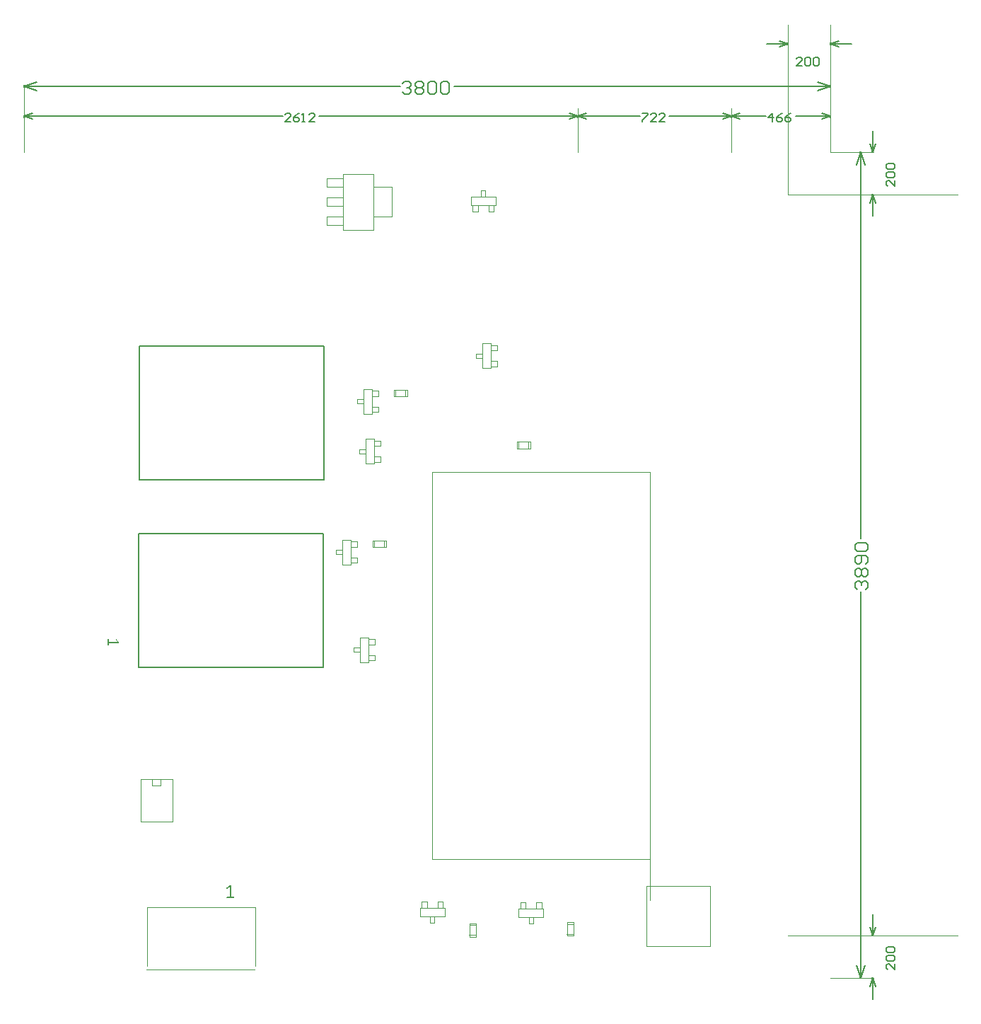
<source format=gm1>
G04*
G04 #@! TF.GenerationSoftware,Altium Limited,Altium Designer,21.0.8 (223)*
G04*
G04 Layer_Color=16711935*
%FSLAX25Y25*%
%MOIN*%
G70*
G04*
G04 #@! TF.SameCoordinates,D13D4976-0AF9-4397-BE84-B4B6C9367268*
G04*
G04*
G04 #@! TF.FilePolarity,Positive*
G04*
G01*
G75*
%ADD13C,0.00500*%
%ADD16C,0.00050*%
%ADD95C,0.00100*%
%ADD96C,0.00051*%
%ADD97C,0.00600*%
G36*
X97531Y43637D02*
X97591Y43632D01*
X97602D01*
X97635Y43626D01*
X97673Y43615D01*
X97706Y43604D01*
X97711Y43599D01*
X97728Y43593D01*
X97750Y43577D01*
X97766Y43561D01*
X97771Y43555D01*
X97777Y43544D01*
X97782Y43528D01*
Y43506D01*
Y38150D01*
X98902D01*
X98923Y38139D01*
X98951Y38128D01*
X98956Y38122D01*
X98973Y38111D01*
X98989Y38090D01*
X99005Y38062D01*
X99011Y38057D01*
X99016Y38035D01*
X99027Y38002D01*
X99038Y37964D01*
X99044Y37953D01*
X99049Y37926D01*
X99054Y37877D01*
Y37817D01*
Y37811D01*
Y37800D01*
Y37784D01*
Y37767D01*
X99049Y37713D01*
X99038Y37664D01*
Y37653D01*
X99027Y37631D01*
X99016Y37598D01*
X99000Y37565D01*
X98994Y37560D01*
X98984Y37549D01*
X98967Y37533D01*
X98945Y37516D01*
X98940D01*
X98923Y37511D01*
X98902Y37505D01*
X98880Y37500D01*
X95675D01*
X95653Y37505D01*
X95631Y37516D01*
X95626Y37522D01*
X95615Y37527D01*
X95598Y37544D01*
X95576Y37565D01*
X95571Y37571D01*
X95565Y37593D01*
X95549Y37626D01*
X95538Y37664D01*
Y37669D01*
Y37675D01*
X95533Y37707D01*
X95527Y37757D01*
Y37817D01*
Y37822D01*
Y37833D01*
Y37849D01*
Y37866D01*
X95533Y37915D01*
X95538Y37964D01*
Y37970D01*
X95544Y37975D01*
X95549Y37997D01*
X95560Y38030D01*
X95571Y38062D01*
X95576Y38068D01*
X95587Y38090D01*
X95604Y38106D01*
X95626Y38128D01*
X95631Y38133D01*
X95647Y38139D01*
X95669Y38144D01*
X95697Y38150D01*
X96969D01*
Y42791D01*
X95784Y42086D01*
X95779D01*
X95767Y42081D01*
X95735Y42059D01*
X95686Y42043D01*
X95642Y42026D01*
X95609D01*
X95582Y42032D01*
X95555Y42048D01*
X95549Y42054D01*
X95538Y42075D01*
X95522Y42108D01*
X95511Y42152D01*
Y42157D01*
Y42163D01*
X95505Y42179D01*
Y42201D01*
X95500Y42256D01*
Y42327D01*
Y42332D01*
Y42343D01*
Y42376D01*
Y42419D01*
X95505Y42463D01*
Y42469D01*
Y42474D01*
X95511Y42496D01*
X95516Y42529D01*
X95522Y42561D01*
X95527Y42567D01*
X95533Y42583D01*
X95565Y42627D01*
X95571Y42632D01*
X95587Y42643D01*
X95609Y42660D01*
X95636Y42682D01*
X97040Y43582D01*
X97045Y43588D01*
X97056Y43593D01*
X97089Y43604D01*
X97094D01*
X97111Y43610D01*
X97132Y43621D01*
X97160Y43626D01*
X97165D01*
X97187Y43632D01*
X97220Y43637D01*
X97269D01*
X97296Y43643D01*
X97466D01*
X97531Y43637D01*
D02*
G37*
G36*
X43636Y159495D02*
X43641D01*
X43645D01*
X43663Y159491D01*
X43691Y159486D01*
X43718Y159482D01*
X43722Y159477D01*
X43736Y159473D01*
X43772Y159445D01*
X43777Y159441D01*
X43786Y159427D01*
X43800Y159409D01*
X43818Y159386D01*
X44569Y158217D01*
X44573Y158212D01*
X44578Y158203D01*
X44587Y158176D01*
Y158171D01*
X44591Y158158D01*
X44600Y158140D01*
X44605Y158117D01*
Y158112D01*
X44610Y158094D01*
X44614Y158067D01*
Y158026D01*
X44619Y158003D01*
Y157862D01*
X44614Y157807D01*
X44610Y157757D01*
Y157748D01*
X44605Y157721D01*
X44596Y157689D01*
X44587Y157662D01*
X44582Y157657D01*
X44578Y157644D01*
X44564Y157625D01*
X44550Y157612D01*
X44546Y157607D01*
X44537Y157603D01*
X44523Y157598D01*
X44505D01*
X40041D01*
Y156665D01*
X40032Y156647D01*
X40023Y156624D01*
X40019Y156620D01*
X40010Y156606D01*
X39991Y156593D01*
X39969Y156579D01*
X39964Y156574D01*
X39946Y156570D01*
X39919Y156561D01*
X39887Y156552D01*
X39878Y156547D01*
X39855Y156543D01*
X39814Y156538D01*
X39764D01*
X39759D01*
X39750D01*
X39737D01*
X39723D01*
X39677Y156543D01*
X39636Y156552D01*
X39627D01*
X39609Y156561D01*
X39582Y156570D01*
X39555Y156583D01*
X39550Y156588D01*
X39541Y156597D01*
X39527Y156611D01*
X39514Y156629D01*
Y156633D01*
X39509Y156647D01*
X39505Y156665D01*
X39500Y156684D01*
Y159354D01*
X39505Y159373D01*
X39514Y159391D01*
X39518Y159395D01*
X39523Y159404D01*
X39536Y159418D01*
X39555Y159436D01*
X39559Y159441D01*
X39577Y159445D01*
X39605Y159459D01*
X39636Y159468D01*
X39641D01*
X39646D01*
X39673Y159473D01*
X39714Y159477D01*
X39764D01*
X39768D01*
X39778D01*
X39791D01*
X39805D01*
X39846Y159473D01*
X39887Y159468D01*
X39891D01*
X39896Y159464D01*
X39914Y159459D01*
X39941Y159450D01*
X39969Y159441D01*
X39973Y159436D01*
X39991Y159427D01*
X40005Y159414D01*
X40023Y159395D01*
X40028Y159391D01*
X40032Y159377D01*
X40037Y159359D01*
X40041Y159336D01*
Y158276D01*
X43909D01*
X43322Y159263D01*
Y159268D01*
X43317Y159277D01*
X43299Y159304D01*
X43286Y159345D01*
X43272Y159382D01*
Y159409D01*
X43277Y159432D01*
X43290Y159455D01*
X43295Y159459D01*
X43313Y159468D01*
X43340Y159482D01*
X43377Y159491D01*
X43381D01*
X43386D01*
X43399Y159495D01*
X43418D01*
X43463Y159500D01*
X43522D01*
X43527D01*
X43536D01*
X43563D01*
X43600D01*
X43636Y159495D01*
D02*
G37*
D13*
X53990Y209120D02*
X140990D01*
X53990Y146120D02*
Y209120D01*
Y146120D02*
X140990D01*
Y209120D01*
X54490Y297620D02*
X141490D01*
X54490Y234620D02*
Y297620D01*
Y234620D02*
X141490D01*
Y297620D01*
X399500Y20000D02*
X400500D01*
X399500Y0D02*
X400500D01*
X400000Y20000D02*
X401333Y24000D01*
X398667D02*
X400000Y20000D01*
Y0D02*
X401333Y-4000D01*
X398667D02*
X400000Y0D01*
Y20000D02*
Y30000D01*
Y-10000D02*
Y0D01*
X399500Y389000D02*
X400500D01*
X399500Y369000D02*
X400500D01*
X400000Y389000D02*
X401333Y393000D01*
X398667D02*
X400000Y389000D01*
Y369000D02*
X401333Y365000D01*
X398667D02*
X400000Y369000D01*
Y389000D02*
Y399000D01*
Y359000D02*
Y369000D01*
X380000Y439500D02*
Y440500D01*
X360000Y439500D02*
Y440500D01*
X380000Y440000D02*
X384000Y438667D01*
X380000Y440000D02*
X384000Y441333D01*
X356000Y438667D02*
X360000Y440000D01*
X356000Y441333D02*
X360000Y440000D01*
X380000D02*
X390000D01*
X350000D02*
X360000D01*
X393801Y388996D02*
X394801D01*
X393801Y-4D02*
X394801D01*
X394301Y388996D02*
X396301Y382996D01*
X392301D02*
X394301Y388996D01*
Y-4D02*
X396301Y5996D01*
X392301D02*
X394301Y-4D01*
Y207093D02*
Y388996D01*
Y-4D02*
Y181900D01*
X380000Y419500D02*
Y420500D01*
X0Y419500D02*
Y420500D01*
X374000Y418000D02*
X380000Y420000D01*
X374000Y422000D02*
X380000Y420000D01*
X0D02*
X6000Y418000D01*
X0Y420000D02*
X6000Y422000D01*
X202596Y420000D02*
X380000D01*
X0D02*
X177403D01*
X379962Y405400D02*
Y406400D01*
X333362Y405400D02*
Y406400D01*
X375962Y404567D02*
X379962Y405900D01*
X375962Y407233D02*
X379962Y405900D01*
X333362D02*
X337362Y404567D01*
X333362Y405900D02*
X337362Y407233D01*
X363593Y405900D02*
X379962D01*
X333362D02*
X349730D01*
X333400Y405400D02*
Y406400D01*
X261200Y405400D02*
Y406400D01*
X329400Y404567D02*
X333400Y405900D01*
X329400Y407233D02*
X333400Y405900D01*
X261200D02*
X265200Y404567D01*
X261200Y405900D02*
X265200Y407233D01*
X304232Y405900D02*
X333400D01*
X261200D02*
X290368D01*
X261200Y405400D02*
Y406400D01*
X0Y405400D02*
Y406400D01*
X257200Y404567D02*
X261200Y405900D01*
X257200Y407233D02*
X261200Y405900D01*
X0D02*
X4000Y404567D01*
X0Y405900D02*
X4000Y407233D01*
X139198Y405900D02*
X261200D01*
X0D02*
X122002D01*
D16*
X187500Y33000D02*
Y36000D01*
X198307Y29032D02*
Y32969D01*
X186594D02*
X198307D01*
X186594Y29032D02*
X198307D01*
X186594D02*
Y32969D01*
X193500Y26000D02*
Y29000D01*
X191500Y26000D02*
Y29000D01*
Y26000D02*
X193500D01*
X195000Y33000D02*
Y36000D01*
X197500D01*
Y33000D02*
Y36000D01*
X190000Y33000D02*
Y36000D01*
X187500D02*
X190000D01*
X244807Y28532D02*
Y32469D01*
X233095D02*
X244807D01*
X233095Y28532D02*
X244807D01*
X233095D02*
Y32469D01*
X240000Y25500D02*
Y28500D01*
X238000Y25500D02*
Y28500D01*
Y25500D02*
X240000D01*
X241500Y32500D02*
Y35500D01*
X244000D01*
Y32500D02*
Y35500D01*
X236500Y32500D02*
Y35500D01*
X234000D02*
X236500D01*
X234000Y32500D02*
Y35500D01*
X158531Y148693D02*
X162469D01*
Y160406D01*
X158531Y148693D02*
Y160406D01*
X162469D01*
X155500Y153500D02*
X158500D01*
X155500Y155500D02*
X158500D01*
X155500Y153500D02*
Y155500D01*
X162500Y152000D02*
X165500D01*
Y149500D02*
Y152000D01*
X162500Y149500D02*
X165500D01*
X162500Y157000D02*
X165500D01*
Y159500D01*
X162500D02*
X165500D01*
X161031Y242193D02*
X164969D01*
Y253906D01*
X161031Y242193D02*
Y253906D01*
X164969D01*
X158000Y247000D02*
X161000D01*
X158000Y249000D02*
X161000D01*
X158000Y247000D02*
Y249000D01*
X165000Y245500D02*
X168000D01*
Y243000D02*
Y245500D01*
X165000Y243000D02*
X168000D01*
X165000Y250500D02*
X168000D01*
Y253000D01*
X165000D02*
X168000D01*
X210693Y364032D02*
Y367969D01*
Y364032D02*
X222406D01*
X210693Y367969D02*
X222406D01*
Y364032D02*
Y367969D01*
X215500Y368000D02*
Y371000D01*
X217500Y368000D02*
Y371000D01*
X215500D02*
X217500D01*
X214000Y361000D02*
Y364000D01*
X211500Y361000D02*
X214000D01*
X211500D02*
Y364000D01*
X219000Y361000D02*
Y364000D01*
Y361000D02*
X221500D01*
Y364000D01*
X154000Y203000D02*
X157000D01*
X154000Y195500D02*
X157000D01*
Y198000D01*
X154000D02*
X157000D01*
X147000Y199500D02*
Y201500D01*
X150000D01*
X147000Y199500D02*
X150000D01*
X150031Y206405D02*
X153969D01*
X150031Y194693D02*
Y206405D01*
X153969Y194693D02*
Y206405D01*
X150031Y194693D02*
X153969D01*
X154000Y205500D02*
X157000D01*
Y203000D02*
Y205500D01*
X164000Y276500D02*
X167000D01*
Y274000D02*
Y276500D01*
X164000Y274000D02*
X167000D01*
X164000Y266500D02*
X167000D01*
Y269000D01*
X164000D02*
X167000D01*
X157000Y270500D02*
Y272500D01*
X160000D01*
X157000Y270500D02*
X160000D01*
X160031Y277406D02*
X163969D01*
X160031Y265693D02*
Y277406D01*
X163969Y265693D02*
Y277406D01*
X160031Y265693D02*
X163969D01*
X220000Y298000D02*
X223000D01*
Y295500D02*
Y298000D01*
X220000Y295500D02*
X223000D01*
X220000Y288000D02*
X223000D01*
Y290500D01*
X220000D02*
X223000D01*
X213000Y292000D02*
Y294000D01*
X216000D01*
X213000Y292000D02*
X216000D01*
X216032Y298905D02*
X219969D01*
X216032Y287193D02*
Y298905D01*
X219969Y287193D02*
Y298905D01*
X216032Y287193D02*
X219969D01*
X164750Y352560D02*
Y378700D01*
X150250D02*
X164750D01*
X150250Y352300D02*
Y378700D01*
Y352300D02*
X164750D01*
Y353060D01*
Y358560D02*
X173250D01*
Y372560D01*
X164750D02*
X173250D01*
X142750D02*
X150250D01*
X142750D02*
Y376560D01*
X150250D01*
X142750Y367560D02*
X150250D01*
X142750Y363560D02*
Y367560D01*
Y363560D02*
X150250D01*
X142750Y358560D02*
X150250D01*
X142750Y354560D02*
Y358560D01*
Y354560D02*
X150250D01*
X213080Y19350D02*
Y25644D01*
X213074Y25650D02*
X213080Y25644D01*
X209920Y25650D02*
X213074D01*
X209920Y19350D02*
X213080D01*
X209920D02*
Y25650D01*
X209890Y20150D02*
X213090D01*
X209920Y24890D02*
X213090D01*
X255920Y25390D02*
X259090D01*
X255890Y20650D02*
X259090D01*
X255920Y19850D02*
Y26150D01*
Y19850D02*
X259080D01*
X255920Y26150D02*
X259074D01*
X259080Y26144D01*
Y19850D02*
Y26144D01*
X232350Y249420D02*
X238645D01*
X238650Y249426D01*
Y252580D01*
X232350Y249420D02*
Y252580D01*
X238650D01*
X233150Y249410D02*
Y252610D01*
X237890Y249410D02*
Y252580D01*
X165110Y202920D02*
Y206090D01*
X169850Y202890D02*
Y206090D01*
X164350Y202920D02*
X170650D01*
Y206080D01*
X164350Y202920D02*
Y206075D01*
X164356Y206080D01*
X170650D01*
X175110Y273920D02*
Y277090D01*
X179850Y273890D02*
Y277090D01*
X174350Y273920D02*
X180650D01*
Y277080D01*
X174350Y273920D02*
Y277075D01*
X174355Y277080D01*
X180650D01*
X192496Y238425D02*
X294996D01*
Y55925D02*
Y238425D01*
X192496Y55925D02*
X294996D01*
X192496D02*
Y238425D01*
D95*
X60495Y90500D02*
Y93500D01*
Y90500D02*
X64495D01*
Y93500D01*
X70000Y73500D02*
Y93500D01*
X55000Y73500D02*
X70000D01*
X55000D02*
Y93500D01*
X70000D01*
X294996Y36625D02*
Y75625D01*
X360000Y369000D02*
Y449000D01*
Y369000D02*
X440000D01*
X360000Y20000D02*
X440000D01*
X380000Y389000D02*
X400000D01*
X380000Y0D02*
X400000D01*
X380000Y389000D02*
Y449000D01*
X333400Y389000D02*
Y409500D01*
X261200Y389000D02*
Y409500D01*
X0Y389000D02*
Y420000D01*
D96*
X293400Y43200D02*
X297838D01*
X293400Y14900D02*
Y43200D01*
Y14900D02*
X310100D01*
X297838Y43200D02*
X323500D01*
X310100Y14900D02*
X323500D01*
Y43200D01*
X109000Y5500D02*
Y33400D01*
X58000Y5500D02*
Y33400D01*
X109000D01*
X57900Y4000D02*
X108900D01*
D97*
X410397Y6734D02*
Y4068D01*
X407732Y6734D01*
X407065D01*
X406399Y6068D01*
Y4735D01*
X407065Y4068D01*
Y8067D02*
X406399Y8733D01*
Y10067D01*
X407065Y10733D01*
X409731D01*
X410397Y10067D01*
Y8733D01*
X409731Y8067D01*
X407065D01*
Y12066D02*
X406399Y12732D01*
Y14065D01*
X407065Y14732D01*
X409731D01*
X410397Y14065D01*
Y12732D01*
X409731Y12066D01*
X407065D01*
X410397Y375734D02*
Y373068D01*
X407732Y375734D01*
X407065D01*
X406399Y375068D01*
Y373735D01*
X407065Y373068D01*
Y377067D02*
X406399Y377734D01*
Y379066D01*
X407065Y379733D01*
X409731D01*
X410397Y379066D01*
Y377734D01*
X409731Y377067D01*
X407065D01*
Y381066D02*
X406399Y381732D01*
Y383065D01*
X407065Y383732D01*
X409731D01*
X410397Y383065D01*
Y381732D01*
X409731Y381066D01*
X407065D01*
X366734Y429603D02*
X364068D01*
X366734Y432268D01*
Y432935D01*
X366068Y433601D01*
X364735D01*
X364068Y432935D01*
X368067D02*
X368734Y433601D01*
X370066D01*
X370733Y432935D01*
Y430269D01*
X370066Y429603D01*
X368734D01*
X368067Y430269D01*
Y432935D01*
X372066D02*
X372732Y433601D01*
X374065D01*
X374732Y432935D01*
Y430269D01*
X374065Y429603D01*
X372732D01*
X372066Y430269D01*
Y432935D01*
X392902Y182900D02*
X391902Y183900D01*
Y185899D01*
X392902Y186899D01*
X393901D01*
X394901Y185899D01*
Y184899D01*
Y185899D01*
X395901Y186899D01*
X396900D01*
X397900Y185899D01*
Y183900D01*
X396900Y182900D01*
X392902Y188898D02*
X391902Y189898D01*
Y191897D01*
X392902Y192897D01*
X393901D01*
X394901Y191897D01*
X395901Y192897D01*
X396900D01*
X397900Y191897D01*
Y189898D01*
X396900Y188898D01*
X395901D01*
X394901Y189898D01*
X393901Y188898D01*
X392902D01*
X394901Y189898D02*
Y191897D01*
X396900Y194896D02*
X397900Y195896D01*
Y197895D01*
X396900Y198895D01*
X392902D01*
X391902Y197895D01*
Y195896D01*
X392902Y194896D01*
X393901D01*
X394901Y195896D01*
Y198895D01*
X392902Y200894D02*
X391902Y201894D01*
Y203893D01*
X392902Y204893D01*
X396900D01*
X397900Y203893D01*
Y201894D01*
X396900Y200894D01*
X392902D01*
X178403Y421399D02*
X179403Y422399D01*
X181403D01*
X182402Y421399D01*
Y420400D01*
X181403Y419400D01*
X180403D01*
X181403D01*
X182402Y418400D01*
Y417401D01*
X181403Y416401D01*
X179403D01*
X178403Y417401D01*
X184402Y421399D02*
X185401Y422399D01*
X187401D01*
X188400Y421399D01*
Y420400D01*
X187401Y419400D01*
X188400Y418400D01*
Y417401D01*
X187401Y416401D01*
X185401D01*
X184402Y417401D01*
Y418400D01*
X185401Y419400D01*
X184402Y420400D01*
Y421399D01*
X185401Y419400D02*
X187401D01*
X190400Y421399D02*
X191399Y422399D01*
X193399D01*
X194398Y421399D01*
Y417401D01*
X193399Y416401D01*
X191399D01*
X190400Y417401D01*
Y421399D01*
X196398D02*
X197397Y422399D01*
X199397D01*
X200396Y421399D01*
Y417401D01*
X199397Y416401D01*
X197397D01*
X196398Y417401D01*
Y421399D01*
X352729Y403301D02*
Y407299D01*
X350730Y405300D01*
X353396D01*
X357395Y407299D02*
X356062Y406633D01*
X354729Y405300D01*
Y403967D01*
X355395Y403301D01*
X356728D01*
X357395Y403967D01*
Y404634D01*
X356728Y405300D01*
X354729D01*
X361393Y407299D02*
X360060Y406633D01*
X358727Y405300D01*
Y403967D01*
X359394Y403301D01*
X360727D01*
X361393Y403967D01*
Y404634D01*
X360727Y405300D01*
X358727D01*
X291368Y407299D02*
X294034D01*
Y406633D01*
X291368Y403967D01*
Y403301D01*
X298033D02*
X295367D01*
X298033Y405966D01*
Y406633D01*
X297366Y407299D01*
X296034D01*
X295367Y406633D01*
X302032Y403301D02*
X299366D01*
X302032Y405966D01*
Y406633D01*
X301365Y407299D01*
X300032D01*
X299366Y406633D01*
X125668Y403301D02*
X123002D01*
X125668Y405966D01*
Y406633D01*
X125002Y407299D01*
X123669D01*
X123002Y406633D01*
X129667Y407299D02*
X128334Y406633D01*
X127001Y405300D01*
Y403967D01*
X127667Y403301D01*
X129000D01*
X129667Y403967D01*
Y404634D01*
X129000Y405300D01*
X127001D01*
X131000Y403301D02*
X132333D01*
X131666D01*
Y407299D01*
X131000Y406633D01*
X136998Y403301D02*
X134332D01*
X136998Y405966D01*
Y406633D01*
X136331Y407299D01*
X134998D01*
X134332Y406633D01*
M02*

</source>
